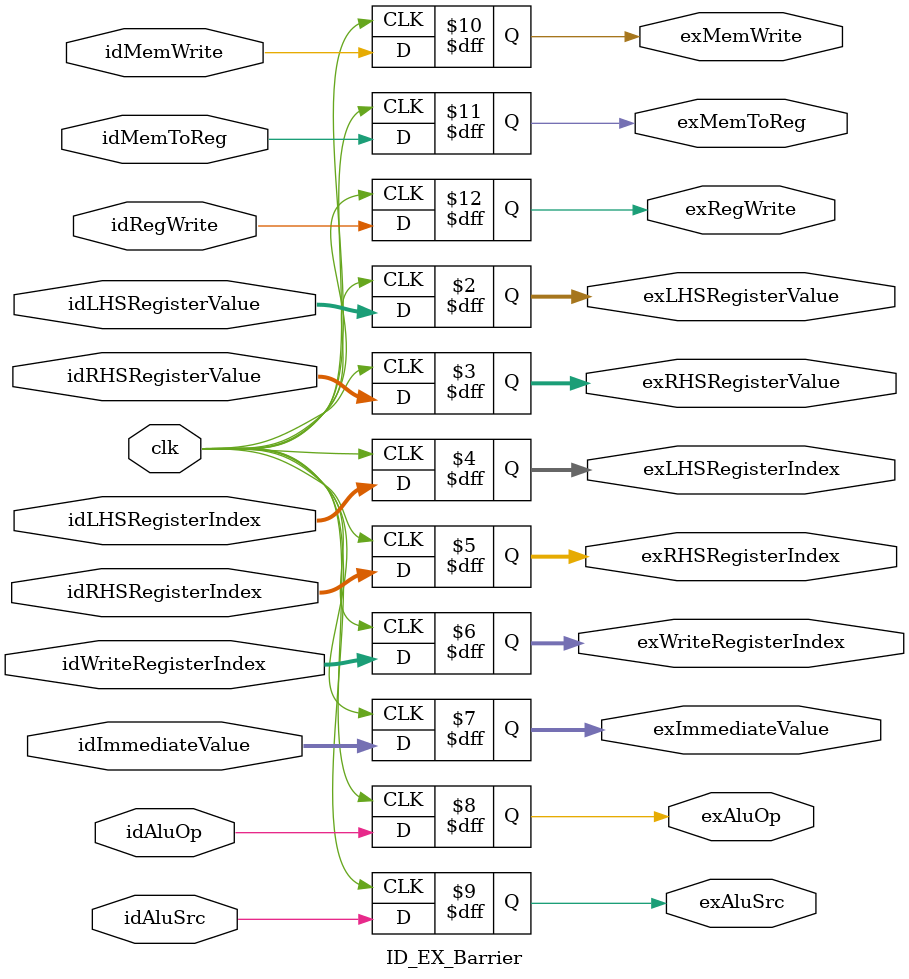
<source format=v>
module ID_EX_Barrier(
  input clk,
  input [31:0] idLHSRegisterValue,
  input [31:0] idRHSRegisterValue,
  input [4:0] idLHSRegisterIndex,
  input [4:0] idRHSRegisterIndex,
  input [4:0] idWriteRegisterIndex,
  input [31:0] idImmediateValue,
  input idAluOp,
  input idAluSrc,
  input idMemWrite,
  input idMemToReg,
  input idRegWrite,
  output reg [31:0] exLHSRegisterValue,
  output reg [31:0] exRHSRegisterValue,
  output reg [4:0] exLHSRegisterIndex,
  output reg [4:0] exRHSRegisterIndex,
  output reg [4:0] exWriteRegisterIndex,
  output reg [31:0] exImmediateValue,
  output reg exAluOp,
  output reg exAluSrc,
  output reg exMemWrite,
  output reg exMemToReg,
  output reg exRegWrite
);

  always @(posedge clk) begin
    exLHSRegisterValue <= idLHSRegisterValue;
    exRHSRegisterValue <= idRHSRegisterValue;
    exLHSRegisterIndex <= idLHSRegisterIndex;
    exRHSRegisterIndex <= idRHSRegisterIndex;
    exWriteRegisterIndex <= idWriteRegisterIndex;
    exImmediateValue <= idImmediateValue;
    exAluOp <= idAluOp;
    exAluSrc <= idAluSrc;
    exMemWrite <= idMemWrite;
    exMemToReg <= idMemToReg;
    exRegWrite <= idRegWrite;
  end

endmodule

</source>
